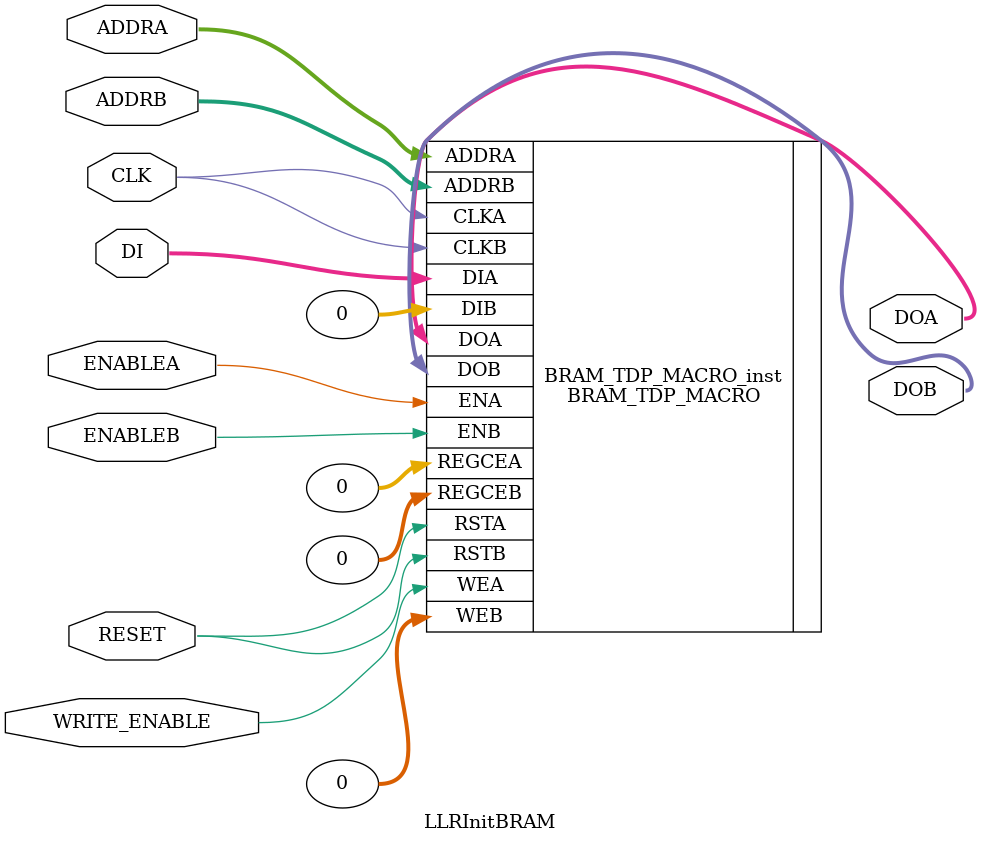
<source format=sv>
`timescale 1ns / 1ps


module LLRInitBRAM#(
parameter DATA_WIDTH=8,
parameter ADDR_WIDTH=11,
parameter READ_REG_ENABLE=0
)
(
        output wire [DATA_WIDTH-1:0] DOA,       // Output read data port, width defined by DATA_WIDTH parameter
        output wire [DATA_WIDTH-1:0] DOB,       // Output read data port, width defined by DATA_WIDTH parameter
        input wire  [DATA_WIDTH-1:0] DI,        // Input write data port, width defined by DATA_WIDTH parameter
        input wire  [ADDR_WIDTH-1:0] ADDRA, // Input read address, width defined by read port depth
        input wire  [ADDR_WIDTH-1:0]  ADDRB, // Input write address, width defined by write port depth
        input wire RESET,       // 1-bit input reset      
        input wire CLK,   // 1-bit input read clock
        input wire ENABLEA,     // 1-bit input read port enable
        input wire ENABLEB,     // 1-bit input read port enable
        input wire WRITE_ENABLE      // 1-bit input write port enable
    );
    




       // BRAM_TDP_MACRO: True Dual Port RAM
       //                 Kintex-7
       // Xilinx HDL Language Template, version 2016.4
       
       //////////////////////////////////////////////////////////////////////////
       // DATA_WIDTH_A/B | BRAM_SIZE | RAM Depth | ADDRA/B Width | WEA/B Width //
       // ===============|===========|===========|===============|=============//
       //     19-36      |  "36Kb"   |    1024   |    10-bit     |    4-bit    //
       //     10-18      |  "36Kb"   |    2048   |    11-bit     |    2-bit    //
       //     10-18      |  "18Kb"   |    1024   |    10-bit     |    2-bit    //
       //      5-9       |  "36Kb"   |    4096   |    12-bit     |    1-bit    //
       //      5-9       |  "18Kb"   |    2048   |    11-bit     |    1-bit    //
       //      3-4       |  "36Kb"   |    8192   |    13-bit     |    1-bit    //
       //      3-4       |  "18Kb"   |    4096   |    12-bit     |    1-bit    //
       //        2       |  "36Kb"   |   16384   |    14-bit     |    1-bit    //
       //        2       |  "18Kb"   |    8192   |    13-bit     |    1-bit    //
       //        1       |  "36Kb"   |   32768   |    15-bit     |    1-bit    //
       //        1       |  "18Kb"   |   16384   |    14-bit     |    1-bit    //
       //////////////////////////////////////////////////////////////////////////
    
       BRAM_TDP_MACRO #(
          .BRAM_SIZE("18Kb"), // Target BRAM: "18Kb" or "36Kb" 
          .DEVICE("7SERIES"), // Target device: "7SERIES" 
          .DOA_REG(0),        // Optional port A output register (0 or 1)
          .DOB_REG(0),        // Optional port B output register (0 or 1)
          .INIT_A(36'h0000000),  // Initial values on port A output port
          .INIT_B(36'h00000000), // Initial values on port B output port
          .INIT_FILE ("NONE"),
          .READ_WIDTH_A (DATA_WIDTH),   // Valid values are 1-36 (19-36 only valid when BRAM_SIZE="36Kb")
          .READ_WIDTH_B (DATA_WIDTH),   // Valid values are 1-36 (19-36 only valid when BRAM_SIZE="36Kb")
          .SIM_COLLISION_CHECK ("ALL"), // Collision check enable "ALL", "WARNING_ONLY", 
                                        //   "GENERATE_X_ONLY" or "NONE" 
          .SRVAL_A(36'h00000000), // Set/Reset value for port A output
          .SRVAL_B(36'h00000000), // Set/Reset value for port B output
          .WRITE_MODE_A("WRITE_FIRST"), // "WRITE_FIRST", "READ_FIRST", or "NO_CHANGE" 
          .WRITE_MODE_B("WRITE_FIRST"), // "WRITE_FIRST", "READ_FIRST", or "NO_CHANGE" 
          .WRITE_WIDTH_A(DATA_WIDTH), // Valid values are 1-36 (19-36 only valid when BRAM_SIZE="36Kb")
          .WRITE_WIDTH_B(DATA_WIDTH), // Valid values are 1-36 (19-36 only valid when BRAM_SIZE="36Kb")
          .INIT_00(256'h0000000000000000000000000000000000000000000000000000000000000000),
          .INIT_01(256'h0000000000000000000000000000000000000000000000000000000000000000),
          .INIT_02(256'h0000000000000000000000000000000000000000000000000000000000000000),
          .INIT_03(256'h0000000000000000000000000000000000000000000000000000000000000000),
          .INIT_04(256'h0000000000000000000000000000000000000000000000000000000000000000),
          .INIT_05(256'h0000000000000000000000000000000000000000000000000000000000000000),
          .INIT_06(256'h0000000000000000000000000000000000000000000000000000000000000000),
          .INIT_07(256'h0000000000000000000000000000000000000000000000000000000000000000),
          .INIT_08(256'h0000000000000000000000000000000000000000000000000000000000000000),
          .INIT_09(256'h0000000000000000000000000000000000000000000000000000000000000000),
          .INIT_0A(256'h0000000000000000000000000000000000000000000000000000000000000000),
          .INIT_0B(256'h0000000000000000000000000000000000000000000000000000000000000000),
          .INIT_0C(256'h0000000000000000000000000000000000000000000000000000000000000000),
          .INIT_0D(256'h0000000000000000000000000000000000000000000000000000000000000000),
          .INIT_0E(256'h0000000000000000000000000000000000000000000000000000000000000000),
          .INIT_0F(256'h0000000000000000000000000000000000000000000000000000000000000000),
          .INIT_10(256'h0000000000000000000000000000000000000000000000000000000000000000),
          .INIT_11(256'h0000000000000000000000000000000000000000000000000000000000000000),
          .INIT_12(256'h0000000000000000000000000000000000000000000000000000000000000000),
          .INIT_13(256'h0000000000000000000000000000000000000000000000000000000000000000),
          .INIT_14(256'h0000000000000000000000000000000000000000000000000000000000000000),
          .INIT_15(256'h0000000000000000000000000000000000000000000000000000000000000000),
          .INIT_16(256'h0000000000000000000000000000000000000000000000000000000000000000),
          .INIT_17(256'h0000000000000000000000000000000000000000000000000000000000000000),
          .INIT_18(256'h0000000000000000000000000000000000000000000000000000000000000000),
          .INIT_19(256'h0000000000000000000000000000000000000000000000000000000000000000),
          .INIT_1A(256'h0000000000000000000000000000000000000000000000000000000000000000),
          .INIT_1B(256'h0000000000000000000000000000000000000000000000000000000000000000),
          .INIT_1C(256'h0000000000000000000000000000000000000000000000000000000000000000),
          .INIT_1D(256'h0000000000000000000000000000000000000000000000000000000000000000),
          .INIT_1E(256'h0000000000000000000000000000000000000000000000000000000000000000),
          .INIT_1F(256'h0000000000000000000000000000000000000000000000000000000000000000),
          .INIT_20(256'h0000000000000000000000000000000000000000000000000000000000000000),
          .INIT_21(256'h0000000000000000000000000000000000000000000000000000000000000000),
          .INIT_22(256'h0000000000000000000000000000000000000000000000000000000000000000),
          .INIT_23(256'h0000000000000000000000000000000000000000000000000000000000000000),
          .INIT_24(256'h0000000000000000000000000000000000000000000000000000000000000000),
          .INIT_25(256'h0000000000000000000000000000000000000000000000000000000000000000),
          .INIT_26(256'h0000000000000000000000000000000000000000000000000000000000000000),
          .INIT_27(256'h0000000000000000000000000000000000000000000000000000000000000000),
          .INIT_28(256'h0000000000000000000000000000000000000000000000000000000000000000),
          .INIT_29(256'h0000000000000000000000000000000000000000000000000000000000000000),
          .INIT_2A(256'h0000000000000000000000000000000000000000000000000000000000000000),
          .INIT_2B(256'h0000000000000000000000000000000000000000000000000000000000000000),
          .INIT_2C(256'h0000000000000000000000000000000000000000000000000000000000000000),
          .INIT_2D(256'h0000000000000000000000000000000000000000000000000000000000000000),
          .INIT_2E(256'h0000000000000000000000000000000000000000000000000000000000000000),
          .INIT_2F(256'h0000000000000000000000000000000000000000000000000000000000000000),
          .INIT_30(256'h0000000000000000000000000000000000000000000000000000000000000000),
          .INIT_31(256'h0000000000000000000000000000000000000000000000000000000000000000),
          .INIT_32(256'h0000000000000000000000000000000000000000000000000000000000000000),
          .INIT_33(256'h0000000000000000000000000000000000000000000000000000000000000000),
          .INIT_34(256'h0000000000000000000000000000000000000000000000000000000000000000),
          .INIT_35(256'h0000000000000000000000000000000000000000000000000000000000000000),
          .INIT_36(256'h0000000000000000000000000000000000000000000000000000000000000000),
          .INIT_37(256'h0000000000000000000000000000000000000000000000000000000000000000),
          .INIT_38(256'h0000000000000000000000000000000000000000000000000000000000000000),
          .INIT_39(256'h0000000000000000000000000000000000000000000000000000000000000000),
          .INIT_3A(256'h0000000000000000000000000000000000000000000000000000000000000000),
          .INIT_3B(256'h0000000000000000000000000000000000000000000000000000000000000000),
          .INIT_3C(256'h0000000000000000000000000000000000000000000000000000000000000000),
          .INIT_3D(256'h0000000000000000000000000000000000000000000000000000000000000000),
          .INIT_3E(256'h0000000000000000000000000000000000000000000000000000000000000000),
          .INIT_3F(256'h0000000000000000000000000000000000000000000000000000000000000000),
          
          // The next set of INIT_xx are valid when configured as 36Kb
          .INIT_40(256'h0000000000000000000000000000000000000000000000000000000000000000),
          .INIT_41(256'h0000000000000000000000000000000000000000000000000000000000000000),
          .INIT_42(256'h0000000000000000000000000000000000000000000000000000000000000000),
          .INIT_43(256'h0000000000000000000000000000000000000000000000000000000000000000),
          .INIT_44(256'h0000000000000000000000000000000000000000000000000000000000000000),
          .INIT_45(256'h0000000000000000000000000000000000000000000000000000000000000000),
          .INIT_46(256'h0000000000000000000000000000000000000000000000000000000000000000),
          .INIT_47(256'h0000000000000000000000000000000000000000000000000000000000000000),
          .INIT_48(256'h0000000000000000000000000000000000000000000000000000000000000000),
          .INIT_49(256'h0000000000000000000000000000000000000000000000000000000000000000),
          .INIT_4A(256'h0000000000000000000000000000000000000000000000000000000000000000),
          .INIT_4B(256'h0000000000000000000000000000000000000000000000000000000000000000),
          .INIT_4C(256'h0000000000000000000000000000000000000000000000000000000000000000),
          .INIT_4D(256'h0000000000000000000000000000000000000000000000000000000000000000),
          .INIT_4E(256'h0000000000000000000000000000000000000000000000000000000000000000),
          .INIT_4F(256'h0000000000000000000000000000000000000000000000000000000000000000),
          .INIT_50(256'h0000000000000000000000000000000000000000000000000000000000000000),
          .INIT_51(256'h0000000000000000000000000000000000000000000000000000000000000000),
          .INIT_52(256'h0000000000000000000000000000000000000000000000000000000000000000),
          .INIT_53(256'h0000000000000000000000000000000000000000000000000000000000000000),
          .INIT_54(256'h0000000000000000000000000000000000000000000000000000000000000000),
          .INIT_55(256'h0000000000000000000000000000000000000000000000000000000000000000),
          .INIT_56(256'h0000000000000000000000000000000000000000000000000000000000000000),
          .INIT_57(256'h0000000000000000000000000000000000000000000000000000000000000000),
          .INIT_58(256'h0000000000000000000000000000000000000000000000000000000000000000),
          .INIT_59(256'h0000000000000000000000000000000000000000000000000000000000000000),
          .INIT_5A(256'h0000000000000000000000000000000000000000000000000000000000000000),
          .INIT_5B(256'h0000000000000000000000000000000000000000000000000000000000000000),
          .INIT_5C(256'h0000000000000000000000000000000000000000000000000000000000000000),
          .INIT_5D(256'h0000000000000000000000000000000000000000000000000000000000000000),
          .INIT_5E(256'h0000000000000000000000000000000000000000000000000000000000000000),
          .INIT_5F(256'h0000000000000000000000000000000000000000000000000000000000000000),
          .INIT_60(256'h0000000000000000000000000000000000000000000000000000000000000000),
          .INIT_61(256'h0000000000000000000000000000000000000000000000000000000000000000),
          .INIT_62(256'h0000000000000000000000000000000000000000000000000000000000000000),
          .INIT_63(256'h0000000000000000000000000000000000000000000000000000000000000000),
          .INIT_64(256'h0000000000000000000000000000000000000000000000000000000000000000),
          .INIT_65(256'h0000000000000000000000000000000000000000000000000000000000000000),
          .INIT_66(256'h0000000000000000000000000000000000000000000000000000000000000000),
          .INIT_67(256'h0000000000000000000000000000000000000000000000000000000000000000),
          .INIT_68(256'h0000000000000000000000000000000000000000000000000000000000000000),
          .INIT_69(256'h0000000000000000000000000000000000000000000000000000000000000000),
          .INIT_6A(256'h0000000000000000000000000000000000000000000000000000000000000000),
          .INIT_6B(256'h0000000000000000000000000000000000000000000000000000000000000000),
          .INIT_6C(256'h0000000000000000000000000000000000000000000000000000000000000000),
          .INIT_6D(256'h0000000000000000000000000000000000000000000000000000000000000000),
          .INIT_6E(256'h0000000000000000000000000000000000000000000000000000000000000000),
          .INIT_6F(256'h0000000000000000000000000000000000000000000000000000000000000000),
          .INIT_70(256'h0000000000000000000000000000000000000000000000000000000000000000),
          .INIT_71(256'h0000000000000000000000000000000000000000000000000000000000000000),
          .INIT_72(256'h0000000000000000000000000000000000000000000000000000000000000000),
          .INIT_73(256'h0000000000000000000000000000000000000000000000000000000000000000),
          .INIT_74(256'h0000000000000000000000000000000000000000000000000000000000000000),
          .INIT_75(256'h0000000000000000000000000000000000000000000000000000000000000000),
          .INIT_76(256'h0000000000000000000000000000000000000000000000000000000000000000),
          .INIT_77(256'h0000000000000000000000000000000000000000000000000000000000000000),
          .INIT_78(256'h0000000000000000000000000000000000000000000000000000000000000000),
          .INIT_79(256'h0000000000000000000000000000000000000000000000000000000000000000),
          .INIT_7A(256'h0000000000000000000000000000000000000000000000000000000000000000),
          .INIT_7B(256'h0000000000000000000000000000000000000000000000000000000000000000),
          .INIT_7C(256'h0000000000000000000000000000000000000000000000000000000000000000),
          .INIT_7D(256'h0000000000000000000000000000000000000000000000000000000000000000),
          .INIT_7E(256'h0000000000000000000000000000000000000000000000000000000000000000),
          .INIT_7F(256'h0000000000000000000000000000000000000000000000000000000000000000),
         
          // The next set of INITP_xx are for the parity bits
          //.INIT_FF(256'h0000000000000000000000000000000000000000000000000000000000000000),
          .INITP_00(256'h0000000000000000000000000000000000000000000000000000000000000000),
          .INITP_01(256'h0000000000000000000000000000000000000000000000000000000000000000),
          .INITP_02(256'h0000000000000000000000000000000000000000000000000000000000000000),
          .INITP_03(256'h0000000000000000000000000000000000000000000000000000000000000000),
          .INITP_04(256'h0000000000000000000000000000000000000000000000000000000000000000),
          .INITP_05(256'h0000000000000000000000000000000000000000000000000000000000000000),
          .INITP_06(256'h0000000000000000000000000000000000000000000000000000000000000000),
          .INITP_07(256'h0000000000000000000000000000000000000000000000000000000000000000),
          
          // The next set of INITP_xx are valid when configured as 36Kb
          .INITP_08(256'h0000000000000000000000000000000000000000000000000000000000000000),
          .INITP_09(256'h0000000000000000000000000000000000000000000000000000000000000000),
          .INITP_0A(256'h0000000000000000000000000000000000000000000000000000000000000000),
          .INITP_0B(256'h0000000000000000000000000000000000000000000000000000000000000000),
          .INITP_0C(256'h0000000000000000000000000000000000000000000000000000000000000000),
          .INITP_0D(256'h0000000000000000000000000000000000000000000000000000000000000000),
          .INITP_0E(256'h0000000000000000000000000000000000000000000000000000000000000000),
          .INITP_0F(256'h0000000000000000000000000000000000000000000000000000000000000000)
       ) BRAM_TDP_MACRO_inst (
          .DOA(DOA),       // Output port-A data, width defined by READ_WIDTH_A parameter
          .DOB(DOB),       // Output port-B data, width defined by READ_WIDTH_B parameter
          .ADDRA(ADDRA),   // Input port-A address, width defined by Port A depth
          .ADDRB(ADDRB),   // Input port-B address, width defined by Port B depth
          .CLKA(CLK),     // 1-bit input port-A clock
          .CLKB(CLK),     // 1-bit input port-B clock
          .DIA(DI),       // Input port-A data, width defined by WRITE_WIDTH_A parameter
          .DIB(0),       // Input port-B data, width defined by WRITE_WIDTH_B parameter
          .ENA(ENABLEA),       // 1-bit input port-A enable
          .ENB(ENABLEB),       // 1-bit input port-B enable
          .REGCEA(READ_REG_ENABLE), // 1-bit input port-A output register enable
          .REGCEB(READ_REG_ENABLE), // 1-bit input port-B output register enable
          .RSTA(RESET),     // 1-bit input port-A reset
          .RSTB(RESET),     // 1-bit input port-B reset
          .WEA(WRITE_ENABLE),       // Input port-A write enable, width defined by Port A depth
          .WEB(0)        // Input port-B write enable, width defined by Port B depth
       );
    
       // End of BRAM_TDP_MACRO_inst instantiation
endmodule

</source>
